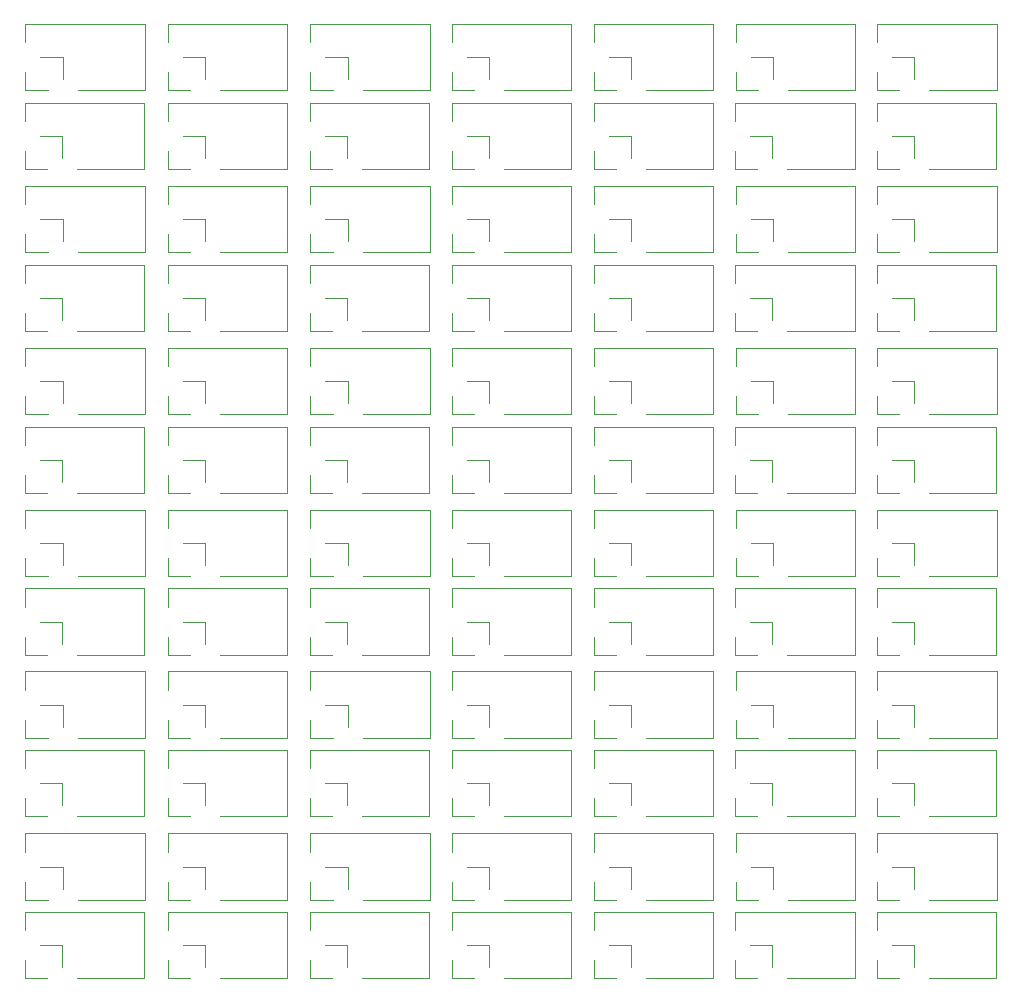
<source format=gbr>
G04 #@! TF.GenerationSoftware,KiCad,Pcbnew,5.0.2-bee76a0~70~ubuntu18.04.1*
G04 #@! TF.CreationDate,2019-05-10T19:14:11+02:00*
G04 #@! TF.ProjectId,spi_connector_board_micromatch_only_5x5_panel,7370695f-636f-46e6-9e65-63746f725f62,rev?*
G04 #@! TF.SameCoordinates,Original*
G04 #@! TF.FileFunction,Legend,Top*
G04 #@! TF.FilePolarity,Positive*
%FSLAX46Y46*%
G04 Gerber Fmt 4.6, Leading zero omitted, Abs format (unit mm)*
G04 Created by KiCad (PCBNEW 5.0.2-bee76a0~70~ubuntu18.04.1) date Fr 10 Mai 2019 19:14:11 CEST*
%MOMM*%
%LPD*%
G01*
G04 APERTURE LIST*
%ADD10C,0.120000*%
G04 APERTURE END LIST*
D10*
G04 #@! TO.C,REF\002A\002A*
X155632500Y-148278000D02*
X161317500Y-148278000D01*
X161317500Y-148278000D02*
X161317500Y-142678000D01*
X151217500Y-142678000D02*
X161317500Y-142678000D01*
X151217500Y-144208000D02*
X151217500Y-142678000D01*
X152492500Y-145478000D02*
X154362500Y-145478000D01*
X154362500Y-145478000D02*
X154362500Y-147348000D01*
X153092500Y-148278000D02*
X151217500Y-148278000D01*
X151217500Y-148278000D02*
X151217500Y-146748000D01*
X143632500Y-148278000D02*
X149317500Y-148278000D01*
X149317500Y-148278000D02*
X149317500Y-142678000D01*
X139217500Y-142678000D02*
X149317500Y-142678000D01*
X139217500Y-144208000D02*
X139217500Y-142678000D01*
X140492500Y-145478000D02*
X142362500Y-145478000D01*
X142362500Y-145478000D02*
X142362500Y-147348000D01*
X141092500Y-148278000D02*
X139217500Y-148278000D01*
X139217500Y-148278000D02*
X139217500Y-146748000D01*
X131632500Y-148278000D02*
X137317500Y-148278000D01*
X137317500Y-148278000D02*
X137317500Y-142678000D01*
X127217500Y-142678000D02*
X137317500Y-142678000D01*
X127217500Y-144208000D02*
X127217500Y-142678000D01*
X128492500Y-145478000D02*
X130362500Y-145478000D01*
X130362500Y-145478000D02*
X130362500Y-147348000D01*
X129092500Y-148278000D02*
X127217500Y-148278000D01*
X127217500Y-148278000D02*
X127217500Y-146748000D01*
X95536500Y-154951000D02*
X101221500Y-154951000D01*
X101221500Y-154951000D02*
X101221500Y-149351000D01*
X91121500Y-149351000D02*
X101221500Y-149351000D01*
X91121500Y-150881000D02*
X91121500Y-149351000D01*
X92396500Y-152151000D02*
X94266500Y-152151000D01*
X94266500Y-152151000D02*
X94266500Y-154021000D01*
X92996500Y-154951000D02*
X91121500Y-154951000D01*
X91121500Y-154951000D02*
X91121500Y-153421000D01*
X151186500Y-154951000D02*
X151186500Y-153421000D01*
X153061500Y-154951000D02*
X151186500Y-154951000D01*
X154331500Y-152151000D02*
X154331500Y-154021000D01*
X152461500Y-152151000D02*
X154331500Y-152151000D01*
X151186500Y-150881000D02*
X151186500Y-149351000D01*
X151186500Y-149351000D02*
X161286500Y-149351000D01*
X161286500Y-154951000D02*
X161286500Y-149351000D01*
X155601500Y-154951000D02*
X161286500Y-154951000D01*
X83502500Y-148278000D02*
X89187500Y-148278000D01*
X89187500Y-148278000D02*
X89187500Y-142678000D01*
X79087500Y-142678000D02*
X89187500Y-142678000D01*
X79087500Y-144208000D02*
X79087500Y-142678000D01*
X80362500Y-145478000D02*
X82232500Y-145478000D01*
X82232500Y-145478000D02*
X82232500Y-147348000D01*
X80962500Y-148278000D02*
X79087500Y-148278000D01*
X79087500Y-148278000D02*
X79087500Y-146748000D01*
X103186500Y-154951000D02*
X103186500Y-153421000D01*
X105061500Y-154951000D02*
X103186500Y-154951000D01*
X106331500Y-152151000D02*
X106331500Y-154021000D01*
X104461500Y-152151000D02*
X106331500Y-152151000D01*
X103186500Y-150881000D02*
X103186500Y-149351000D01*
X103186500Y-149351000D02*
X113286500Y-149351000D01*
X113286500Y-154951000D02*
X113286500Y-149351000D01*
X107601500Y-154951000D02*
X113286500Y-154951000D01*
X115186500Y-154951000D02*
X115186500Y-153421000D01*
X117061500Y-154951000D02*
X115186500Y-154951000D01*
X118331500Y-152151000D02*
X118331500Y-154021000D01*
X116461500Y-152151000D02*
X118331500Y-152151000D01*
X115186500Y-150881000D02*
X115186500Y-149351000D01*
X115186500Y-149351000D02*
X125286500Y-149351000D01*
X125286500Y-154951000D02*
X125286500Y-149351000D01*
X119601500Y-154951000D02*
X125286500Y-154951000D01*
X127186500Y-154951000D02*
X127186500Y-153421000D01*
X129061500Y-154951000D02*
X127186500Y-154951000D01*
X130331500Y-152151000D02*
X130331500Y-154021000D01*
X128461500Y-152151000D02*
X130331500Y-152151000D01*
X127186500Y-150881000D02*
X127186500Y-149351000D01*
X127186500Y-149351000D02*
X137286500Y-149351000D01*
X137286500Y-154951000D02*
X137286500Y-149351000D01*
X131601500Y-154951000D02*
X137286500Y-154951000D01*
X139186500Y-154951000D02*
X139186500Y-153421000D01*
X141061500Y-154951000D02*
X139186500Y-154951000D01*
X142331500Y-152151000D02*
X142331500Y-154021000D01*
X140461500Y-152151000D02*
X142331500Y-152151000D01*
X139186500Y-150881000D02*
X139186500Y-149351000D01*
X139186500Y-149351000D02*
X149286500Y-149351000D01*
X149286500Y-154951000D02*
X149286500Y-149351000D01*
X143601500Y-154951000D02*
X149286500Y-154951000D01*
X79056500Y-154951000D02*
X79056500Y-153421000D01*
X80931500Y-154951000D02*
X79056500Y-154951000D01*
X82201500Y-152151000D02*
X82201500Y-154021000D01*
X80331500Y-152151000D02*
X82201500Y-152151000D01*
X79056500Y-150881000D02*
X79056500Y-149351000D01*
X79056500Y-149351000D02*
X89156500Y-149351000D01*
X89156500Y-154951000D02*
X89156500Y-149351000D01*
X83471500Y-154951000D02*
X89156500Y-154951000D01*
X107632500Y-148278000D02*
X113317500Y-148278000D01*
X113317500Y-148278000D02*
X113317500Y-142678000D01*
X103217500Y-142678000D02*
X113317500Y-142678000D01*
X103217500Y-144208000D02*
X103217500Y-142678000D01*
X104492500Y-145478000D02*
X106362500Y-145478000D01*
X106362500Y-145478000D02*
X106362500Y-147348000D01*
X105092500Y-148278000D02*
X103217500Y-148278000D01*
X103217500Y-148278000D02*
X103217500Y-146748000D01*
X91152500Y-148278000D02*
X91152500Y-146748000D01*
X93027500Y-148278000D02*
X91152500Y-148278000D01*
X94297500Y-145478000D02*
X94297500Y-147348000D01*
X92427500Y-145478000D02*
X94297500Y-145478000D01*
X91152500Y-144208000D02*
X91152500Y-142678000D01*
X91152500Y-142678000D02*
X101252500Y-142678000D01*
X101252500Y-148278000D02*
X101252500Y-142678000D01*
X95567500Y-148278000D02*
X101252500Y-148278000D01*
X119632500Y-148278000D02*
X125317500Y-148278000D01*
X125317500Y-148278000D02*
X125317500Y-142678000D01*
X115217500Y-142678000D02*
X125317500Y-142678000D01*
X115217500Y-144208000D02*
X115217500Y-142678000D01*
X116492500Y-145478000D02*
X118362500Y-145478000D01*
X118362500Y-145478000D02*
X118362500Y-147348000D01*
X117092500Y-148278000D02*
X115217500Y-148278000D01*
X115217500Y-148278000D02*
X115217500Y-146748000D01*
X79056500Y-86435000D02*
X79056500Y-84905000D01*
X80931500Y-86435000D02*
X79056500Y-86435000D01*
X82201500Y-83635000D02*
X82201500Y-85505000D01*
X80331500Y-83635000D02*
X82201500Y-83635000D01*
X79056500Y-82365000D02*
X79056500Y-80835000D01*
X79056500Y-80835000D02*
X89156500Y-80835000D01*
X89156500Y-86435000D02*
X89156500Y-80835000D01*
X83471500Y-86435000D02*
X89156500Y-86435000D01*
X83471500Y-100135000D02*
X89156500Y-100135000D01*
X89156500Y-100135000D02*
X89156500Y-94535000D01*
X79056500Y-94535000D02*
X89156500Y-94535000D01*
X79056500Y-96065000D02*
X79056500Y-94535000D01*
X80331500Y-97335000D02*
X82201500Y-97335000D01*
X82201500Y-97335000D02*
X82201500Y-99205000D01*
X80931500Y-100135000D02*
X79056500Y-100135000D01*
X79056500Y-100135000D02*
X79056500Y-98605000D01*
X83471500Y-127535000D02*
X89156500Y-127535000D01*
X89156500Y-127535000D02*
X89156500Y-121935000D01*
X79056500Y-121935000D02*
X89156500Y-121935000D01*
X79056500Y-123465000D02*
X79056500Y-121935000D01*
X80331500Y-124735000D02*
X82201500Y-124735000D01*
X82201500Y-124735000D02*
X82201500Y-126605000D01*
X80931500Y-127535000D02*
X79056500Y-127535000D01*
X79056500Y-127535000D02*
X79056500Y-126005000D01*
X83471500Y-141235000D02*
X89156500Y-141235000D01*
X89156500Y-141235000D02*
X89156500Y-135635000D01*
X79056500Y-135635000D02*
X89156500Y-135635000D01*
X79056500Y-137165000D02*
X79056500Y-135635000D01*
X80331500Y-138435000D02*
X82201500Y-138435000D01*
X82201500Y-138435000D02*
X82201500Y-140305000D01*
X80931500Y-141235000D02*
X79056500Y-141235000D01*
X79056500Y-141235000D02*
X79056500Y-139705000D01*
X83471500Y-113835000D02*
X89156500Y-113835000D01*
X89156500Y-113835000D02*
X89156500Y-108235000D01*
X79056500Y-108235000D02*
X89156500Y-108235000D01*
X79056500Y-109765000D02*
X79056500Y-108235000D01*
X80331500Y-111035000D02*
X82201500Y-111035000D01*
X82201500Y-111035000D02*
X82201500Y-112905000D01*
X80931500Y-113835000D02*
X79056500Y-113835000D01*
X79056500Y-113835000D02*
X79056500Y-112305000D01*
X79087500Y-93462000D02*
X79087500Y-91932000D01*
X80962500Y-93462000D02*
X79087500Y-93462000D01*
X82232500Y-90662000D02*
X82232500Y-92532000D01*
X80362500Y-90662000D02*
X82232500Y-90662000D01*
X79087500Y-89392000D02*
X79087500Y-87862000D01*
X79087500Y-87862000D02*
X89187500Y-87862000D01*
X89187500Y-93462000D02*
X89187500Y-87862000D01*
X83502500Y-93462000D02*
X89187500Y-93462000D01*
X79087500Y-107162000D02*
X79087500Y-105632000D01*
X80962500Y-107162000D02*
X79087500Y-107162000D01*
X82232500Y-104362000D02*
X82232500Y-106232000D01*
X80362500Y-104362000D02*
X82232500Y-104362000D01*
X79087500Y-103092000D02*
X79087500Y-101562000D01*
X79087500Y-101562000D02*
X89187500Y-101562000D01*
X89187500Y-107162000D02*
X89187500Y-101562000D01*
X83502500Y-107162000D02*
X89187500Y-107162000D01*
X79087500Y-120862000D02*
X79087500Y-119332000D01*
X80962500Y-120862000D02*
X79087500Y-120862000D01*
X82232500Y-118062000D02*
X82232500Y-119932000D01*
X80362500Y-118062000D02*
X82232500Y-118062000D01*
X79087500Y-116792000D02*
X79087500Y-115262000D01*
X79087500Y-115262000D02*
X89187500Y-115262000D01*
X89187500Y-120862000D02*
X89187500Y-115262000D01*
X83502500Y-120862000D02*
X89187500Y-120862000D01*
X83502500Y-79762000D02*
X89187500Y-79762000D01*
X89187500Y-79762000D02*
X89187500Y-74162000D01*
X79087500Y-74162000D02*
X89187500Y-74162000D01*
X79087500Y-75692000D02*
X79087500Y-74162000D01*
X80362500Y-76962000D02*
X82232500Y-76962000D01*
X82232500Y-76962000D02*
X82232500Y-78832000D01*
X80962500Y-79762000D02*
X79087500Y-79762000D01*
X79087500Y-79762000D02*
X79087500Y-78232000D01*
X79087500Y-134562000D02*
X79087500Y-133032000D01*
X80962500Y-134562000D02*
X79087500Y-134562000D01*
X82232500Y-131762000D02*
X82232500Y-133632000D01*
X80362500Y-131762000D02*
X82232500Y-131762000D01*
X79087500Y-130492000D02*
X79087500Y-128962000D01*
X79087500Y-128962000D02*
X89187500Y-128962000D01*
X89187500Y-134562000D02*
X89187500Y-128962000D01*
X83502500Y-134562000D02*
X89187500Y-134562000D01*
X95567500Y-93462000D02*
X101252500Y-93462000D01*
X101252500Y-93462000D02*
X101252500Y-87862000D01*
X91152500Y-87862000D02*
X101252500Y-87862000D01*
X91152500Y-89392000D02*
X91152500Y-87862000D01*
X92427500Y-90662000D02*
X94297500Y-90662000D01*
X94297500Y-90662000D02*
X94297500Y-92532000D01*
X93027500Y-93462000D02*
X91152500Y-93462000D01*
X91152500Y-93462000D02*
X91152500Y-91932000D01*
X95567500Y-107162000D02*
X101252500Y-107162000D01*
X101252500Y-107162000D02*
X101252500Y-101562000D01*
X91152500Y-101562000D02*
X101252500Y-101562000D01*
X91152500Y-103092000D02*
X91152500Y-101562000D01*
X92427500Y-104362000D02*
X94297500Y-104362000D01*
X94297500Y-104362000D02*
X94297500Y-106232000D01*
X93027500Y-107162000D02*
X91152500Y-107162000D01*
X91152500Y-107162000D02*
X91152500Y-105632000D01*
X95567500Y-120862000D02*
X101252500Y-120862000D01*
X101252500Y-120862000D02*
X101252500Y-115262000D01*
X91152500Y-115262000D02*
X101252500Y-115262000D01*
X91152500Y-116792000D02*
X91152500Y-115262000D01*
X92427500Y-118062000D02*
X94297500Y-118062000D01*
X94297500Y-118062000D02*
X94297500Y-119932000D01*
X93027500Y-120862000D02*
X91152500Y-120862000D01*
X91152500Y-120862000D02*
X91152500Y-119332000D01*
X91152500Y-79762000D02*
X91152500Y-78232000D01*
X93027500Y-79762000D02*
X91152500Y-79762000D01*
X94297500Y-76962000D02*
X94297500Y-78832000D01*
X92427500Y-76962000D02*
X94297500Y-76962000D01*
X91152500Y-75692000D02*
X91152500Y-74162000D01*
X91152500Y-74162000D02*
X101252500Y-74162000D01*
X101252500Y-79762000D02*
X101252500Y-74162000D01*
X95567500Y-79762000D02*
X101252500Y-79762000D01*
X91121500Y-100135000D02*
X91121500Y-98605000D01*
X92996500Y-100135000D02*
X91121500Y-100135000D01*
X94266500Y-97335000D02*
X94266500Y-99205000D01*
X92396500Y-97335000D02*
X94266500Y-97335000D01*
X91121500Y-96065000D02*
X91121500Y-94535000D01*
X91121500Y-94535000D02*
X101221500Y-94535000D01*
X101221500Y-100135000D02*
X101221500Y-94535000D01*
X95536500Y-100135000D02*
X101221500Y-100135000D01*
X91121500Y-113835000D02*
X91121500Y-112305000D01*
X92996500Y-113835000D02*
X91121500Y-113835000D01*
X94266500Y-111035000D02*
X94266500Y-112905000D01*
X92396500Y-111035000D02*
X94266500Y-111035000D01*
X91121500Y-109765000D02*
X91121500Y-108235000D01*
X91121500Y-108235000D02*
X101221500Y-108235000D01*
X101221500Y-113835000D02*
X101221500Y-108235000D01*
X95536500Y-113835000D02*
X101221500Y-113835000D01*
X91121500Y-127535000D02*
X91121500Y-126005000D01*
X92996500Y-127535000D02*
X91121500Y-127535000D01*
X94266500Y-124735000D02*
X94266500Y-126605000D01*
X92396500Y-124735000D02*
X94266500Y-124735000D01*
X91121500Y-123465000D02*
X91121500Y-121935000D01*
X91121500Y-121935000D02*
X101221500Y-121935000D01*
X101221500Y-127535000D02*
X101221500Y-121935000D01*
X95536500Y-127535000D02*
X101221500Y-127535000D01*
X91121500Y-141235000D02*
X91121500Y-139705000D01*
X92996500Y-141235000D02*
X91121500Y-141235000D01*
X94266500Y-138435000D02*
X94266500Y-140305000D01*
X92396500Y-138435000D02*
X94266500Y-138435000D01*
X91121500Y-137165000D02*
X91121500Y-135635000D01*
X91121500Y-135635000D02*
X101221500Y-135635000D01*
X101221500Y-141235000D02*
X101221500Y-135635000D01*
X95536500Y-141235000D02*
X101221500Y-141235000D01*
X95536500Y-86435000D02*
X101221500Y-86435000D01*
X101221500Y-86435000D02*
X101221500Y-80835000D01*
X91121500Y-80835000D02*
X101221500Y-80835000D01*
X91121500Y-82365000D02*
X91121500Y-80835000D01*
X92396500Y-83635000D02*
X94266500Y-83635000D01*
X94266500Y-83635000D02*
X94266500Y-85505000D01*
X92996500Y-86435000D02*
X91121500Y-86435000D01*
X91121500Y-86435000D02*
X91121500Y-84905000D01*
X95567500Y-134562000D02*
X101252500Y-134562000D01*
X101252500Y-134562000D02*
X101252500Y-128962000D01*
X91152500Y-128962000D02*
X101252500Y-128962000D01*
X91152500Y-130492000D02*
X91152500Y-128962000D01*
X92427500Y-131762000D02*
X94297500Y-131762000D01*
X94297500Y-131762000D02*
X94297500Y-133632000D01*
X93027500Y-134562000D02*
X91152500Y-134562000D01*
X91152500Y-134562000D02*
X91152500Y-133032000D01*
X151217500Y-134562000D02*
X151217500Y-133032000D01*
X153092500Y-134562000D02*
X151217500Y-134562000D01*
X154362500Y-131762000D02*
X154362500Y-133632000D01*
X152492500Y-131762000D02*
X154362500Y-131762000D01*
X151217500Y-130492000D02*
X151217500Y-128962000D01*
X151217500Y-128962000D02*
X161317500Y-128962000D01*
X161317500Y-134562000D02*
X161317500Y-128962000D01*
X155632500Y-134562000D02*
X161317500Y-134562000D01*
X139217500Y-134562000D02*
X139217500Y-133032000D01*
X141092500Y-134562000D02*
X139217500Y-134562000D01*
X142362500Y-131762000D02*
X142362500Y-133632000D01*
X140492500Y-131762000D02*
X142362500Y-131762000D01*
X139217500Y-130492000D02*
X139217500Y-128962000D01*
X139217500Y-128962000D02*
X149317500Y-128962000D01*
X149317500Y-134562000D02*
X149317500Y-128962000D01*
X143632500Y-134562000D02*
X149317500Y-134562000D01*
X127217500Y-134562000D02*
X127217500Y-133032000D01*
X129092500Y-134562000D02*
X127217500Y-134562000D01*
X130362500Y-131762000D02*
X130362500Y-133632000D01*
X128492500Y-131762000D02*
X130362500Y-131762000D01*
X127217500Y-130492000D02*
X127217500Y-128962000D01*
X127217500Y-128962000D02*
X137317500Y-128962000D01*
X137317500Y-134562000D02*
X137317500Y-128962000D01*
X131632500Y-134562000D02*
X137317500Y-134562000D01*
X115217500Y-134562000D02*
X115217500Y-133032000D01*
X117092500Y-134562000D02*
X115217500Y-134562000D01*
X118362500Y-131762000D02*
X118362500Y-133632000D01*
X116492500Y-131762000D02*
X118362500Y-131762000D01*
X115217500Y-130492000D02*
X115217500Y-128962000D01*
X115217500Y-128962000D02*
X125317500Y-128962000D01*
X125317500Y-134562000D02*
X125317500Y-128962000D01*
X119632500Y-134562000D02*
X125317500Y-134562000D01*
X103217500Y-134562000D02*
X103217500Y-133032000D01*
X105092500Y-134562000D02*
X103217500Y-134562000D01*
X106362500Y-131762000D02*
X106362500Y-133632000D01*
X104492500Y-131762000D02*
X106362500Y-131762000D01*
X103217500Y-130492000D02*
X103217500Y-128962000D01*
X103217500Y-128962000D02*
X113317500Y-128962000D01*
X113317500Y-134562000D02*
X113317500Y-128962000D01*
X107632500Y-134562000D02*
X113317500Y-134562000D01*
X151217500Y-120862000D02*
X151217500Y-119332000D01*
X153092500Y-120862000D02*
X151217500Y-120862000D01*
X154362500Y-118062000D02*
X154362500Y-119932000D01*
X152492500Y-118062000D02*
X154362500Y-118062000D01*
X151217500Y-116792000D02*
X151217500Y-115262000D01*
X151217500Y-115262000D02*
X161317500Y-115262000D01*
X161317500Y-120862000D02*
X161317500Y-115262000D01*
X155632500Y-120862000D02*
X161317500Y-120862000D01*
X139217500Y-120862000D02*
X139217500Y-119332000D01*
X141092500Y-120862000D02*
X139217500Y-120862000D01*
X142362500Y-118062000D02*
X142362500Y-119932000D01*
X140492500Y-118062000D02*
X142362500Y-118062000D01*
X139217500Y-116792000D02*
X139217500Y-115262000D01*
X139217500Y-115262000D02*
X149317500Y-115262000D01*
X149317500Y-120862000D02*
X149317500Y-115262000D01*
X143632500Y-120862000D02*
X149317500Y-120862000D01*
X127217500Y-120862000D02*
X127217500Y-119332000D01*
X129092500Y-120862000D02*
X127217500Y-120862000D01*
X130362500Y-118062000D02*
X130362500Y-119932000D01*
X128492500Y-118062000D02*
X130362500Y-118062000D01*
X127217500Y-116792000D02*
X127217500Y-115262000D01*
X127217500Y-115262000D02*
X137317500Y-115262000D01*
X137317500Y-120862000D02*
X137317500Y-115262000D01*
X131632500Y-120862000D02*
X137317500Y-120862000D01*
X115217500Y-120862000D02*
X115217500Y-119332000D01*
X117092500Y-120862000D02*
X115217500Y-120862000D01*
X118362500Y-118062000D02*
X118362500Y-119932000D01*
X116492500Y-118062000D02*
X118362500Y-118062000D01*
X115217500Y-116792000D02*
X115217500Y-115262000D01*
X115217500Y-115262000D02*
X125317500Y-115262000D01*
X125317500Y-120862000D02*
X125317500Y-115262000D01*
X119632500Y-120862000D02*
X125317500Y-120862000D01*
X103217500Y-120862000D02*
X103217500Y-119332000D01*
X105092500Y-120862000D02*
X103217500Y-120862000D01*
X106362500Y-118062000D02*
X106362500Y-119932000D01*
X104492500Y-118062000D02*
X106362500Y-118062000D01*
X103217500Y-116792000D02*
X103217500Y-115262000D01*
X103217500Y-115262000D02*
X113317500Y-115262000D01*
X113317500Y-120862000D02*
X113317500Y-115262000D01*
X107632500Y-120862000D02*
X113317500Y-120862000D01*
X151217500Y-107162000D02*
X151217500Y-105632000D01*
X153092500Y-107162000D02*
X151217500Y-107162000D01*
X154362500Y-104362000D02*
X154362500Y-106232000D01*
X152492500Y-104362000D02*
X154362500Y-104362000D01*
X151217500Y-103092000D02*
X151217500Y-101562000D01*
X151217500Y-101562000D02*
X161317500Y-101562000D01*
X161317500Y-107162000D02*
X161317500Y-101562000D01*
X155632500Y-107162000D02*
X161317500Y-107162000D01*
X139217500Y-107162000D02*
X139217500Y-105632000D01*
X141092500Y-107162000D02*
X139217500Y-107162000D01*
X142362500Y-104362000D02*
X142362500Y-106232000D01*
X140492500Y-104362000D02*
X142362500Y-104362000D01*
X139217500Y-103092000D02*
X139217500Y-101562000D01*
X139217500Y-101562000D02*
X149317500Y-101562000D01*
X149317500Y-107162000D02*
X149317500Y-101562000D01*
X143632500Y-107162000D02*
X149317500Y-107162000D01*
X127217500Y-107162000D02*
X127217500Y-105632000D01*
X129092500Y-107162000D02*
X127217500Y-107162000D01*
X130362500Y-104362000D02*
X130362500Y-106232000D01*
X128492500Y-104362000D02*
X130362500Y-104362000D01*
X127217500Y-103092000D02*
X127217500Y-101562000D01*
X127217500Y-101562000D02*
X137317500Y-101562000D01*
X137317500Y-107162000D02*
X137317500Y-101562000D01*
X131632500Y-107162000D02*
X137317500Y-107162000D01*
X115217500Y-107162000D02*
X115217500Y-105632000D01*
X117092500Y-107162000D02*
X115217500Y-107162000D01*
X118362500Y-104362000D02*
X118362500Y-106232000D01*
X116492500Y-104362000D02*
X118362500Y-104362000D01*
X115217500Y-103092000D02*
X115217500Y-101562000D01*
X115217500Y-101562000D02*
X125317500Y-101562000D01*
X125317500Y-107162000D02*
X125317500Y-101562000D01*
X119632500Y-107162000D02*
X125317500Y-107162000D01*
X103217500Y-107162000D02*
X103217500Y-105632000D01*
X105092500Y-107162000D02*
X103217500Y-107162000D01*
X106362500Y-104362000D02*
X106362500Y-106232000D01*
X104492500Y-104362000D02*
X106362500Y-104362000D01*
X103217500Y-103092000D02*
X103217500Y-101562000D01*
X103217500Y-101562000D02*
X113317500Y-101562000D01*
X113317500Y-107162000D02*
X113317500Y-101562000D01*
X107632500Y-107162000D02*
X113317500Y-107162000D01*
X151217500Y-93462000D02*
X151217500Y-91932000D01*
X153092500Y-93462000D02*
X151217500Y-93462000D01*
X154362500Y-90662000D02*
X154362500Y-92532000D01*
X152492500Y-90662000D02*
X154362500Y-90662000D01*
X151217500Y-89392000D02*
X151217500Y-87862000D01*
X151217500Y-87862000D02*
X161317500Y-87862000D01*
X161317500Y-93462000D02*
X161317500Y-87862000D01*
X155632500Y-93462000D02*
X161317500Y-93462000D01*
X139217500Y-93462000D02*
X139217500Y-91932000D01*
X141092500Y-93462000D02*
X139217500Y-93462000D01*
X142362500Y-90662000D02*
X142362500Y-92532000D01*
X140492500Y-90662000D02*
X142362500Y-90662000D01*
X139217500Y-89392000D02*
X139217500Y-87862000D01*
X139217500Y-87862000D02*
X149317500Y-87862000D01*
X149317500Y-93462000D02*
X149317500Y-87862000D01*
X143632500Y-93462000D02*
X149317500Y-93462000D01*
X127217500Y-93462000D02*
X127217500Y-91932000D01*
X129092500Y-93462000D02*
X127217500Y-93462000D01*
X130362500Y-90662000D02*
X130362500Y-92532000D01*
X128492500Y-90662000D02*
X130362500Y-90662000D01*
X127217500Y-89392000D02*
X127217500Y-87862000D01*
X127217500Y-87862000D02*
X137317500Y-87862000D01*
X137317500Y-93462000D02*
X137317500Y-87862000D01*
X131632500Y-93462000D02*
X137317500Y-93462000D01*
X115217500Y-93462000D02*
X115217500Y-91932000D01*
X117092500Y-93462000D02*
X115217500Y-93462000D01*
X118362500Y-90662000D02*
X118362500Y-92532000D01*
X116492500Y-90662000D02*
X118362500Y-90662000D01*
X115217500Y-89392000D02*
X115217500Y-87862000D01*
X115217500Y-87862000D02*
X125317500Y-87862000D01*
X125317500Y-93462000D02*
X125317500Y-87862000D01*
X119632500Y-93462000D02*
X125317500Y-93462000D01*
X103217500Y-93462000D02*
X103217500Y-91932000D01*
X105092500Y-93462000D02*
X103217500Y-93462000D01*
X106362500Y-90662000D02*
X106362500Y-92532000D01*
X104492500Y-90662000D02*
X106362500Y-90662000D01*
X103217500Y-89392000D02*
X103217500Y-87862000D01*
X103217500Y-87862000D02*
X113317500Y-87862000D01*
X113317500Y-93462000D02*
X113317500Y-87862000D01*
X107632500Y-93462000D02*
X113317500Y-93462000D01*
X151217500Y-79762000D02*
X151217500Y-78232000D01*
X153092500Y-79762000D02*
X151217500Y-79762000D01*
X154362500Y-76962000D02*
X154362500Y-78832000D01*
X152492500Y-76962000D02*
X154362500Y-76962000D01*
X151217500Y-75692000D02*
X151217500Y-74162000D01*
X151217500Y-74162000D02*
X161317500Y-74162000D01*
X161317500Y-79762000D02*
X161317500Y-74162000D01*
X155632500Y-79762000D02*
X161317500Y-79762000D01*
X139217500Y-79762000D02*
X139217500Y-78232000D01*
X141092500Y-79762000D02*
X139217500Y-79762000D01*
X142362500Y-76962000D02*
X142362500Y-78832000D01*
X140492500Y-76962000D02*
X142362500Y-76962000D01*
X139217500Y-75692000D02*
X139217500Y-74162000D01*
X139217500Y-74162000D02*
X149317500Y-74162000D01*
X149317500Y-79762000D02*
X149317500Y-74162000D01*
X143632500Y-79762000D02*
X149317500Y-79762000D01*
X127217500Y-79762000D02*
X127217500Y-78232000D01*
X129092500Y-79762000D02*
X127217500Y-79762000D01*
X130362500Y-76962000D02*
X130362500Y-78832000D01*
X128492500Y-76962000D02*
X130362500Y-76962000D01*
X127217500Y-75692000D02*
X127217500Y-74162000D01*
X127217500Y-74162000D02*
X137317500Y-74162000D01*
X137317500Y-79762000D02*
X137317500Y-74162000D01*
X131632500Y-79762000D02*
X137317500Y-79762000D01*
X115217500Y-79762000D02*
X115217500Y-78232000D01*
X117092500Y-79762000D02*
X115217500Y-79762000D01*
X118362500Y-76962000D02*
X118362500Y-78832000D01*
X116492500Y-76962000D02*
X118362500Y-76962000D01*
X115217500Y-75692000D02*
X115217500Y-74162000D01*
X115217500Y-74162000D02*
X125317500Y-74162000D01*
X125317500Y-79762000D02*
X125317500Y-74162000D01*
X119632500Y-79762000D02*
X125317500Y-79762000D01*
X155601500Y-141235000D02*
X161286500Y-141235000D01*
X161286500Y-141235000D02*
X161286500Y-135635000D01*
X151186500Y-135635000D02*
X161286500Y-135635000D01*
X151186500Y-137165000D02*
X151186500Y-135635000D01*
X152461500Y-138435000D02*
X154331500Y-138435000D01*
X154331500Y-138435000D02*
X154331500Y-140305000D01*
X153061500Y-141235000D02*
X151186500Y-141235000D01*
X151186500Y-141235000D02*
X151186500Y-139705000D01*
X143601500Y-141235000D02*
X149286500Y-141235000D01*
X149286500Y-141235000D02*
X149286500Y-135635000D01*
X139186500Y-135635000D02*
X149286500Y-135635000D01*
X139186500Y-137165000D02*
X139186500Y-135635000D01*
X140461500Y-138435000D02*
X142331500Y-138435000D01*
X142331500Y-138435000D02*
X142331500Y-140305000D01*
X141061500Y-141235000D02*
X139186500Y-141235000D01*
X139186500Y-141235000D02*
X139186500Y-139705000D01*
X131601500Y-141235000D02*
X137286500Y-141235000D01*
X137286500Y-141235000D02*
X137286500Y-135635000D01*
X127186500Y-135635000D02*
X137286500Y-135635000D01*
X127186500Y-137165000D02*
X127186500Y-135635000D01*
X128461500Y-138435000D02*
X130331500Y-138435000D01*
X130331500Y-138435000D02*
X130331500Y-140305000D01*
X129061500Y-141235000D02*
X127186500Y-141235000D01*
X127186500Y-141235000D02*
X127186500Y-139705000D01*
X119601500Y-141235000D02*
X125286500Y-141235000D01*
X125286500Y-141235000D02*
X125286500Y-135635000D01*
X115186500Y-135635000D02*
X125286500Y-135635000D01*
X115186500Y-137165000D02*
X115186500Y-135635000D01*
X116461500Y-138435000D02*
X118331500Y-138435000D01*
X118331500Y-138435000D02*
X118331500Y-140305000D01*
X117061500Y-141235000D02*
X115186500Y-141235000D01*
X115186500Y-141235000D02*
X115186500Y-139705000D01*
X107601500Y-141235000D02*
X113286500Y-141235000D01*
X113286500Y-141235000D02*
X113286500Y-135635000D01*
X103186500Y-135635000D02*
X113286500Y-135635000D01*
X103186500Y-137165000D02*
X103186500Y-135635000D01*
X104461500Y-138435000D02*
X106331500Y-138435000D01*
X106331500Y-138435000D02*
X106331500Y-140305000D01*
X105061500Y-141235000D02*
X103186500Y-141235000D01*
X103186500Y-141235000D02*
X103186500Y-139705000D01*
X155601500Y-127535000D02*
X161286500Y-127535000D01*
X161286500Y-127535000D02*
X161286500Y-121935000D01*
X151186500Y-121935000D02*
X161286500Y-121935000D01*
X151186500Y-123465000D02*
X151186500Y-121935000D01*
X152461500Y-124735000D02*
X154331500Y-124735000D01*
X154331500Y-124735000D02*
X154331500Y-126605000D01*
X153061500Y-127535000D02*
X151186500Y-127535000D01*
X151186500Y-127535000D02*
X151186500Y-126005000D01*
X143601500Y-127535000D02*
X149286500Y-127535000D01*
X149286500Y-127535000D02*
X149286500Y-121935000D01*
X139186500Y-121935000D02*
X149286500Y-121935000D01*
X139186500Y-123465000D02*
X139186500Y-121935000D01*
X140461500Y-124735000D02*
X142331500Y-124735000D01*
X142331500Y-124735000D02*
X142331500Y-126605000D01*
X141061500Y-127535000D02*
X139186500Y-127535000D01*
X139186500Y-127535000D02*
X139186500Y-126005000D01*
X131601500Y-127535000D02*
X137286500Y-127535000D01*
X137286500Y-127535000D02*
X137286500Y-121935000D01*
X127186500Y-121935000D02*
X137286500Y-121935000D01*
X127186500Y-123465000D02*
X127186500Y-121935000D01*
X128461500Y-124735000D02*
X130331500Y-124735000D01*
X130331500Y-124735000D02*
X130331500Y-126605000D01*
X129061500Y-127535000D02*
X127186500Y-127535000D01*
X127186500Y-127535000D02*
X127186500Y-126005000D01*
X119601500Y-127535000D02*
X125286500Y-127535000D01*
X125286500Y-127535000D02*
X125286500Y-121935000D01*
X115186500Y-121935000D02*
X125286500Y-121935000D01*
X115186500Y-123465000D02*
X115186500Y-121935000D01*
X116461500Y-124735000D02*
X118331500Y-124735000D01*
X118331500Y-124735000D02*
X118331500Y-126605000D01*
X117061500Y-127535000D02*
X115186500Y-127535000D01*
X115186500Y-127535000D02*
X115186500Y-126005000D01*
X107601500Y-127535000D02*
X113286500Y-127535000D01*
X113286500Y-127535000D02*
X113286500Y-121935000D01*
X103186500Y-121935000D02*
X113286500Y-121935000D01*
X103186500Y-123465000D02*
X103186500Y-121935000D01*
X104461500Y-124735000D02*
X106331500Y-124735000D01*
X106331500Y-124735000D02*
X106331500Y-126605000D01*
X105061500Y-127535000D02*
X103186500Y-127535000D01*
X103186500Y-127535000D02*
X103186500Y-126005000D01*
X155601500Y-113835000D02*
X161286500Y-113835000D01*
X161286500Y-113835000D02*
X161286500Y-108235000D01*
X151186500Y-108235000D02*
X161286500Y-108235000D01*
X151186500Y-109765000D02*
X151186500Y-108235000D01*
X152461500Y-111035000D02*
X154331500Y-111035000D01*
X154331500Y-111035000D02*
X154331500Y-112905000D01*
X153061500Y-113835000D02*
X151186500Y-113835000D01*
X151186500Y-113835000D02*
X151186500Y-112305000D01*
X143601500Y-113835000D02*
X149286500Y-113835000D01*
X149286500Y-113835000D02*
X149286500Y-108235000D01*
X139186500Y-108235000D02*
X149286500Y-108235000D01*
X139186500Y-109765000D02*
X139186500Y-108235000D01*
X140461500Y-111035000D02*
X142331500Y-111035000D01*
X142331500Y-111035000D02*
X142331500Y-112905000D01*
X141061500Y-113835000D02*
X139186500Y-113835000D01*
X139186500Y-113835000D02*
X139186500Y-112305000D01*
X131601500Y-113835000D02*
X137286500Y-113835000D01*
X137286500Y-113835000D02*
X137286500Y-108235000D01*
X127186500Y-108235000D02*
X137286500Y-108235000D01*
X127186500Y-109765000D02*
X127186500Y-108235000D01*
X128461500Y-111035000D02*
X130331500Y-111035000D01*
X130331500Y-111035000D02*
X130331500Y-112905000D01*
X129061500Y-113835000D02*
X127186500Y-113835000D01*
X127186500Y-113835000D02*
X127186500Y-112305000D01*
X119601500Y-113835000D02*
X125286500Y-113835000D01*
X125286500Y-113835000D02*
X125286500Y-108235000D01*
X115186500Y-108235000D02*
X125286500Y-108235000D01*
X115186500Y-109765000D02*
X115186500Y-108235000D01*
X116461500Y-111035000D02*
X118331500Y-111035000D01*
X118331500Y-111035000D02*
X118331500Y-112905000D01*
X117061500Y-113835000D02*
X115186500Y-113835000D01*
X115186500Y-113835000D02*
X115186500Y-112305000D01*
X107601500Y-113835000D02*
X113286500Y-113835000D01*
X113286500Y-113835000D02*
X113286500Y-108235000D01*
X103186500Y-108235000D02*
X113286500Y-108235000D01*
X103186500Y-109765000D02*
X103186500Y-108235000D01*
X104461500Y-111035000D02*
X106331500Y-111035000D01*
X106331500Y-111035000D02*
X106331500Y-112905000D01*
X105061500Y-113835000D02*
X103186500Y-113835000D01*
X103186500Y-113835000D02*
X103186500Y-112305000D01*
X155601500Y-100135000D02*
X161286500Y-100135000D01*
X161286500Y-100135000D02*
X161286500Y-94535000D01*
X151186500Y-94535000D02*
X161286500Y-94535000D01*
X151186500Y-96065000D02*
X151186500Y-94535000D01*
X152461500Y-97335000D02*
X154331500Y-97335000D01*
X154331500Y-97335000D02*
X154331500Y-99205000D01*
X153061500Y-100135000D02*
X151186500Y-100135000D01*
X151186500Y-100135000D02*
X151186500Y-98605000D01*
X143601500Y-100135000D02*
X149286500Y-100135000D01*
X149286500Y-100135000D02*
X149286500Y-94535000D01*
X139186500Y-94535000D02*
X149286500Y-94535000D01*
X139186500Y-96065000D02*
X139186500Y-94535000D01*
X140461500Y-97335000D02*
X142331500Y-97335000D01*
X142331500Y-97335000D02*
X142331500Y-99205000D01*
X141061500Y-100135000D02*
X139186500Y-100135000D01*
X139186500Y-100135000D02*
X139186500Y-98605000D01*
X131601500Y-100135000D02*
X137286500Y-100135000D01*
X137286500Y-100135000D02*
X137286500Y-94535000D01*
X127186500Y-94535000D02*
X137286500Y-94535000D01*
X127186500Y-96065000D02*
X127186500Y-94535000D01*
X128461500Y-97335000D02*
X130331500Y-97335000D01*
X130331500Y-97335000D02*
X130331500Y-99205000D01*
X129061500Y-100135000D02*
X127186500Y-100135000D01*
X127186500Y-100135000D02*
X127186500Y-98605000D01*
X119601500Y-100135000D02*
X125286500Y-100135000D01*
X125286500Y-100135000D02*
X125286500Y-94535000D01*
X115186500Y-94535000D02*
X125286500Y-94535000D01*
X115186500Y-96065000D02*
X115186500Y-94535000D01*
X116461500Y-97335000D02*
X118331500Y-97335000D01*
X118331500Y-97335000D02*
X118331500Y-99205000D01*
X117061500Y-100135000D02*
X115186500Y-100135000D01*
X115186500Y-100135000D02*
X115186500Y-98605000D01*
X107601500Y-100135000D02*
X113286500Y-100135000D01*
X113286500Y-100135000D02*
X113286500Y-94535000D01*
X103186500Y-94535000D02*
X113286500Y-94535000D01*
X103186500Y-96065000D02*
X103186500Y-94535000D01*
X104461500Y-97335000D02*
X106331500Y-97335000D01*
X106331500Y-97335000D02*
X106331500Y-99205000D01*
X105061500Y-100135000D02*
X103186500Y-100135000D01*
X103186500Y-100135000D02*
X103186500Y-98605000D01*
X155601500Y-86435000D02*
X161286500Y-86435000D01*
X161286500Y-86435000D02*
X161286500Y-80835000D01*
X151186500Y-80835000D02*
X161286500Y-80835000D01*
X151186500Y-82365000D02*
X151186500Y-80835000D01*
X152461500Y-83635000D02*
X154331500Y-83635000D01*
X154331500Y-83635000D02*
X154331500Y-85505000D01*
X153061500Y-86435000D02*
X151186500Y-86435000D01*
X151186500Y-86435000D02*
X151186500Y-84905000D01*
X143601500Y-86435000D02*
X149286500Y-86435000D01*
X149286500Y-86435000D02*
X149286500Y-80835000D01*
X139186500Y-80835000D02*
X149286500Y-80835000D01*
X139186500Y-82365000D02*
X139186500Y-80835000D01*
X140461500Y-83635000D02*
X142331500Y-83635000D01*
X142331500Y-83635000D02*
X142331500Y-85505000D01*
X141061500Y-86435000D02*
X139186500Y-86435000D01*
X139186500Y-86435000D02*
X139186500Y-84905000D01*
X131601500Y-86435000D02*
X137286500Y-86435000D01*
X137286500Y-86435000D02*
X137286500Y-80835000D01*
X127186500Y-80835000D02*
X137286500Y-80835000D01*
X127186500Y-82365000D02*
X127186500Y-80835000D01*
X128461500Y-83635000D02*
X130331500Y-83635000D01*
X130331500Y-83635000D02*
X130331500Y-85505000D01*
X129061500Y-86435000D02*
X127186500Y-86435000D01*
X127186500Y-86435000D02*
X127186500Y-84905000D01*
X119601500Y-86435000D02*
X125286500Y-86435000D01*
X125286500Y-86435000D02*
X125286500Y-80835000D01*
X115186500Y-80835000D02*
X125286500Y-80835000D01*
X115186500Y-82365000D02*
X115186500Y-80835000D01*
X116461500Y-83635000D02*
X118331500Y-83635000D01*
X118331500Y-83635000D02*
X118331500Y-85505000D01*
X117061500Y-86435000D02*
X115186500Y-86435000D01*
X115186500Y-86435000D02*
X115186500Y-84905000D01*
X107632500Y-79762000D02*
X113317500Y-79762000D01*
X113317500Y-79762000D02*
X113317500Y-74162000D01*
X103217500Y-74162000D02*
X113317500Y-74162000D01*
X103217500Y-75692000D02*
X103217500Y-74162000D01*
X104492500Y-76962000D02*
X106362500Y-76962000D01*
X106362500Y-76962000D02*
X106362500Y-78832000D01*
X105092500Y-79762000D02*
X103217500Y-79762000D01*
X103217500Y-79762000D02*
X103217500Y-78232000D01*
X103186500Y-86435000D02*
X103186500Y-84905000D01*
X105061500Y-86435000D02*
X103186500Y-86435000D01*
X106331500Y-83635000D02*
X106331500Y-85505000D01*
X104461500Y-83635000D02*
X106331500Y-83635000D01*
X103186500Y-82365000D02*
X103186500Y-80835000D01*
X103186500Y-80835000D02*
X113286500Y-80835000D01*
X113286500Y-86435000D02*
X113286500Y-80835000D01*
X107601500Y-86435000D02*
X113286500Y-86435000D01*
G04 #@! TD*
M02*

</source>
